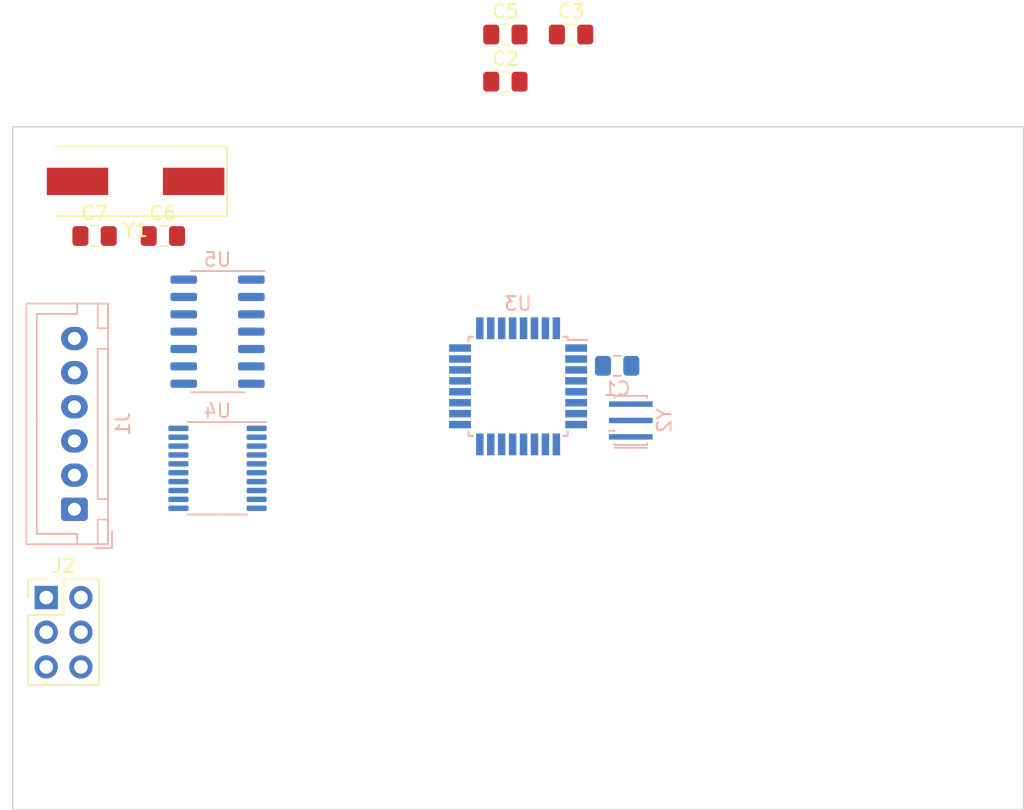
<source format=kicad_pcb>
(kicad_pcb (version 20211014) (generator pcbnew)
  (layers (0 "F.Cu" signal) (31 "B.Cu" signal) (34 "B.Paste" user) (35 "F.Paste" user) (36 "B.SilkS" user "B.Silkscreen") (37 "F.SilkS" user "F.Silkscreen") (38 "B.Mask" user) (39 "F.Mask" user) (44 "Edge.Cuts" user))
  (net 0 "")
  (net 1 "Net-(C5-Pad1)")
  (net 2 "Net-(C6-Pad2)")
  (net 3 "Net-(C7-Pad2)")
  (net 4 "Net-(U3-Pad8)")
  (net 5 "MISO")
  (net 6 "SCK")
  (net 7 "MOSI")
  (net 8 "RESET")
  (net 9 "VFBLANK")
  (net 12 "CS_DISP")
  (net 13 "Net-(U3-Pad7)")
  (net 14 "CS_CAN")
  (net 15 "CAN_INT")
  (net 44 "GND")
  (net 45 "ILLUM")
  (net 46 "+12V_CONST")
  (net 47 "+12V_ACC")
  (net 48 "CANL")
  (net 49 "CANH")
  (net 50 "+5V")
  (net 51 "Net-(U4-Pad1)")
  (net 52 "Net-(U4-Pad2)")
  (net 53 "Net-(U4-Pad11)")
  (net 54 "Net-(U4-Pad12)")
  (footprint "Capacitor_SMD:C_0805_2012Metric_Pad1.18x1.45mm_HandSolder" (layer "F.Cu") (at 124.07 50.25)
    (fp_text reference "C5" (at 0 -1.68) (layer "F.SilkS"))
    (fp_text value "100n")
    (fp_line (start -0.261252 0.735) (end 0.261252 0.735) (layer "F.SilkS") (width 0.12))
    (fp_line (start -0.261252 -0.735) (end 0.261252 -0.735) (layer "F.SilkS") (width 0.12))
    (pad "1" smd roundrect locked (at -1.0375 0) (size 1.175 1.45) (layers "F.Cu" "F.Paste" "F.Mask") (roundrect_rratio 0.212766) (net 1 "Net-(C5-Pad1)"))
    (pad "2" smd roundrect locked (at 1.0375 0) (size 1.175 1.45) (layers "F.Cu" "F.Paste" "F.Mask") (roundrect_rratio 0.212766) (net 44 "GND"))
  )
  (footprint "Capacitor_SMD:C_0805_2012Metric_Pad1.18x1.45mm_HandSolder" (layer "F.Cu") (at 124.07 53.7)
    (fp_text reference "C2" (at 0 -1.68) (layer "F.SilkS"))
    (fp_text value "100n")
    (fp_line (start -0.261252 -0.735) (end 0.261252 -0.735) (layer "F.SilkS") (width 0.12))
    (fp_line (start -0.261252 0.735) (end 0.261252 0.735) (layer "F.SilkS") (width 0.12))
    (pad "1" smd roundrect locked (at -1.0375 0) (size 1.175 1.45) (layers "F.Cu" "F.Paste" "F.Mask") (roundrect_rratio 0.212766) (net 50 "+5V"))
    (pad "2" smd roundrect locked (at 1.0375 0) (size 1.175 1.45) (layers "F.Cu" "F.Paste" "F.Mask") (roundrect_rratio 0.212766) (net 44 "GND"))
  )
  (footprint "Connector_PinHeader_2.54mm:PinHeader_2x03_P2.54mm_Vertical" (layer "F.Cu") (at 90.46 91.46)
    (fp_text reference "J2" (at 1.27 -2.33) (layer "F.SilkS"))
    (fp_text value "ICSP")
    (fp_line (start 3.87 -1.33) (end 3.87 6.41) (layer "F.SilkS") (width 0.12))
    (fp_line (start -1.33 0) (end -1.33 -1.33) (layer "F.SilkS") (width 0.12))
    (fp_line (start -1.33 1.27) (end 1.27 1.27) (layer "F.SilkS") (width 0.12))
    (fp_line (start -1.33 6.41) (end 3.87 6.41) (layer "F.SilkS") (width 0.12))
    (fp_line (start -1.33 1.27) (end -1.33 6.41) (layer "F.SilkS") (width 0.12))
    (fp_line (start 1.27 -1.33) (end 3.87 -1.33) (layer "F.SilkS") (width 0.12))
    (fp_line (start 1.27 1.27) (end 1.27 -1.33) (layer "F.SilkS") (width 0.12))
    (fp_line (start -1.33 -1.33) (end 0 -1.33) (layer "F.SilkS") (width 0.12))
    (pad "1" thru_hole rect locked (at 0 0) (size 1.7 1.7) (drill 1) (layers *.Cu *.Mask) (net 5 "MISO"))
    (pad "2" thru_hole oval locked (at 2.54 0) (size 1.7 1.7) (drill 1) (layers *.Cu *.Mask) (net 50 "+5V"))
    (pad "3" thru_hole oval locked (at 0 2.54) (size 1.7 1.7) (drill 1) (layers *.Cu *.Mask) (net 6 "SCK"))
    (pad "4" thru_hole oval locked (at 2.54 2.54) (size 1.7 1.7) (drill 1) (layers *.Cu *.Mask) (net 7 "MOSI"))
    (pad "5" thru_hole oval locked (at 0 5.08) (size 1.7 1.7) (drill 1) (layers *.Cu *.Mask) (net 8 "RESET"))
    (pad "6" thru_hole oval locked (at 2.54 5.08) (size 1.7 1.7) (drill 1) (layers *.Cu *.Mask) (net 44 "GND"))
  )
  (footprint "Capacitor_SMD:C_0805_2012Metric_Pad1.18x1.45mm_HandSolder" (layer "F.Cu") (at 99 65)
    (fp_text reference "C6" (at 0 -1.68) (layer "F.SilkS"))
    (fp_text value "20p")
    (fp_line (start -0.261252 -0.735) (end 0.261252 -0.735) (layer "F.SilkS") (width 0.12))
    (fp_line (start -0.261252 0.735) (end 0.261252 0.735) (layer "F.SilkS") (width 0.12))
    (pad "1" smd roundrect locked (at -1.0375 0) (size 1.175 1.45) (layers "F.Cu" "F.Paste" "F.Mask") (roundrect_rratio 0.212766) (net 44 "GND"))
    (pad "2" smd roundrect locked (at 1.0375 0) (size 1.175 1.45) (layers "F.Cu" "F.Paste" "F.Mask") (roundrect_rratio 0.212766) (net 2 "Net-(C6-Pad2)"))
  )
  (footprint "Capacitor_SMD:C_0805_2012Metric_Pad1.18x1.45mm_HandSolder" (layer "F.Cu") (at 94 65)
    (fp_text reference "C7" (at 0 -1.68) (layer "F.SilkS"))
    (fp_text value "20p")
    (fp_line (start -0.261252 0.735) (end 0.261252 0.735) (layer "F.SilkS") (width 0.12))
    (fp_line (start -0.261252 -0.735) (end 0.261252 -0.735) (layer "F.SilkS") (width 0.12))
    (pad "1" smd roundrect locked (at -1.0375 0) (size 1.175 1.45) (layers "F.Cu" "F.Paste" "F.Mask") (roundrect_rratio 0.212766) (net 44 "GND"))
    (pad "2" smd roundrect locked (at 1.0375 0) (size 1.175 1.45) (layers "F.Cu" "F.Paste" "F.Mask") (roundrect_rratio 0.212766) (net 3 "Net-(C7-Pad2)"))
  )
  (footprint "Capacitor_SMD:C_0805_2012Metric_Pad1.18x1.45mm_HandSolder" (layer "F.Cu") (at 128.88 50.25)
    (fp_text reference "C3" (at 0 -1.68) (layer "F.SilkS"))
    (fp_text value "100n")
    (fp_line (start -0.261252 -0.735) (end 0.261252 -0.735) (layer "F.SilkS") (width 0.12))
    (fp_line (start -0.261252 0.735) (end 0.261252 0.735) (layer "F.SilkS") (width 0.12))
    (pad "1" smd roundrect locked (at -1.0375 0) (size 1.175 1.45) (layers "F.Cu" "F.Paste" "F.Mask") (roundrect_rratio 0.212766) (net 50 "+5V"))
    (pad "2" smd roundrect locked (at 1.0375 0) (size 1.175 1.45) (layers "F.Cu" "F.Paste" "F.Mask") (roundrect_rratio 0.212766) (net 44 "GND"))
  )
  (footprint "Crystal:Crystal_SMD_HC49-SD" (layer "F.Cu") (at 97 61 180)
    (fp_text reference "Y1" (at 0 -3.55) (layer "F.SilkS"))
    (fp_text value "8MHz")
    (fp_line (start -6.7 -2.55) (end -6.7 2.55) (layer "F.SilkS") (width 0.12))
    (fp_line (start -6.7 2.55) (end 5.9 2.55) (layer "F.SilkS") (width 0.12))
    (fp_line (start 5.9 -2.55) (end -6.7 -2.55) (layer "F.SilkS") (width 0.12))
    (pad "1" smd rect locked (at -4.25 0 180) (size 4.5 2) (layers "F.Cu" "F.Paste" "F.Mask") (net 2 "Net-(C6-Pad2)"))
    (pad "2" smd rect locked (at 4.25 0 180) (size 4.5 2) (layers "F.Cu" "F.Paste" "F.Mask") (net 3 "Net-(C7-Pad2)"))
  )
  (footprint "Package_QFP:TQFP-32_7x7mm_P0.8mm" (layer "B.Cu") (at 125 76 180)
    (fp_text reference "U3" (at 0 6.05) (layer "B.SilkS") (effects (justify mirror)))
    (fp_text value "ATMEGA328-AURCT-ND")
    (fp_line (start 3.625 -3.625) (end 3.625 -3.3) (layer "B.SilkS") (width 0.15))
    (fp_line (start -3.625 -3.625) (end -3.3 -3.625) (layer "B.SilkS") (width 0.15))
    (fp_line (start 3.625 3.625) (end 3.3 3.625) (layer "B.SilkS") (width 0.15))
    (fp_line (start -3.625 3.625) (end -3.625 3.4) (layer "B.SilkS") (width 0.15))
    (fp_line (start -3.625 -3.625) (end -3.625 -3.3) (layer "B.SilkS") (width 0.15))
    (fp_line (start -3.625 3.625) (end -3.3 3.625) (layer "B.SilkS") (width 0.15))
    (fp_line (start 3.625 -3.625) (end 3.3 -3.625) (layer "B.SilkS") (width 0.15))
    (fp_line (start 3.625 3.625) (end 3.625 3.3) (layer "B.SilkS") (width 0.15))
    (fp_line (start -3.625 3.4) (end -5.05 3.4) (layer "B.SilkS") (width 0.15))
    (pad "1" smd rect locked (at -4.25 2.8 180) (size 1.6 0.55) (layers "B.Cu" "B.Paste" "B.Mask"))
    (pad "2" smd rect locked (at -4.25 2 180) (size 1.6 0.55) (layers "B.Cu" "B.Paste" "B.Mask"))
    (pad "3" smd rect locked (at -4.25 1.2 180) (size 1.6 0.55) (layers "B.Cu" "B.Paste" "B.Mask") (net 44 "GND"))
    (pad "4" smd rect locked (at -4.25 0.4 180) (size 1.6 0.55) (layers "B.Cu" "B.Paste" "B.Mask") (net 50 "+5V"))
    (pad "5" smd rect locked (at -4.25 -0.4 180) (size 1.6 0.55) (layers "B.Cu" "B.Paste" "B.Mask") (net 44 "GND"))
    (pad "6" smd rect locked (at -4.25 -1.2 180) (size 1.6 0.55) (layers "B.Cu" "B.Paste" "B.Mask") (net 50 "+5V"))
    (pad "7" smd rect locked (at -4.25 -2 180) (size 1.6 0.55) (layers "B.Cu" "B.Paste" "B.Mask") (net 13 "Net-(U3-Pad7)"))
    (pad "8" smd rect locked (at -4.25 -2.8 180) (size 1.6 0.55) (layers "B.Cu" "B.Paste" "B.Mask") (net 4 "Net-(U3-Pad8)"))
    (pad "9" smd rect locked (at -2.8 -4.25 90) (size 1.6 0.55) (layers "B.Cu" "B.Paste" "B.Mask") (net 9 "VFBLANK"))
    (pad "10" smd rect locked (at -2 -4.25 90) (size 1.6 0.55) (layers "B.Cu" "B.Paste" "B.Mask"))
    (pad "11" smd rect locked (at -1.2 -4.25 90) (size 1.6 0.55) (layers "B.Cu" "B.Paste" "B.Mask"))
    (pad "12" smd rect locked (at -0.4 -4.25 90) (size 1.6 0.55) (layers "B.Cu" "B.Paste" "B.Mask"))
    (pad "13" smd rect locked (at 0.4 -4.25 90) (size 1.6 0.55) (layers "B.Cu" "B.Paste" "B.Mask") (net 12 "CS_DISP"))
    (pad "14" smd rect locked (at 1.2 -4.25 90) (size 1.6 0.55) (layers "B.Cu" "B.Paste" "B.Mask") (net 14 "CS_CAN"))
    (pad "15" smd rect locked (at 2 -4.25 90) (size 1.6 0.55) (layers "B.Cu" "B.Paste" "B.Mask") (net 7 "MOSI"))
    (pad "16" smd rect locked (at 2.8 -4.25 90) (size 1.6 0.55) (layers "B.Cu" "B.Paste" "B.Mask") (net 5 "MISO"))
    (pad "17" smd rect locked (at 4.25 -2.8 180) (size 1.6 0.55) (layers "B.Cu" "B.Paste" "B.Mask") (net 6 "SCK"))
    (pad "18" smd rect locked (at 4.25 -2 180) (size 1.6 0.55) (layers "B.Cu" "B.Paste" "B.Mask"))
    (pad "19" smd rect locked (at 4.25 -1.2 180) (size 1.6 0.55) (layers "B.Cu" "B.Paste" "B.Mask"))
    (pad "20" smd rect locked (at 4.25 -0.4 180) (size 1.6 0.55) (layers "B.Cu" "B.Paste" "B.Mask") (net 1 "Net-(C5-Pad1)"))
    (pad "21" smd rect locked (at 4.25 0.4 180) (size 1.6 0.55) (layers "B.Cu" "B.Paste" "B.Mask") (net 44 "GND"))
    (pad "22" smd rect locked (at 4.25 1.2 180) (size 1.6 0.55) (layers "B.Cu" "B.Paste" "B.Mask"))
    (pad "23" smd rect locked (at 4.25 2 180) (size 1.6 0.55) (layers "B.Cu" "B.Paste" "B.Mask"))
    (pad "24" smd rect locked (at 4.25 2.8 180) (size 1.6 0.55) (layers "B.Cu" "B.Paste" "B.Mask"))
    (pad "25" smd rect locked (at 2.8 4.25 90) (size 1.6 0.55) (layers "B.Cu" "B.Paste" "B.Mask"))
    (pad "26" smd rect locked (at 2 4.25 90) (size 1.6 0.55) (layers "B.Cu" "B.Paste" "B.Mask"))
    (pad "27" smd rect locked (at 1.2 4.25 90) (size 1.6 0.55) (layers "B.Cu" "B.Paste" "B.Mask"))
    (pad "28" smd rect locked (at 0.4 4.25 90) (size 1.6 0.55) (layers "B.Cu" "B.Paste" "B.Mask"))
    (pad "29" smd rect locked (at -0.4 4.25 90) (size 1.6 0.55) (layers "B.Cu" "B.Paste" "B.Mask"))
    (pad "30" smd rect locked (at -1.2 4.25 90) (size 1.6 0.55) (layers "B.Cu" "B.Paste" "B.Mask"))
    (pad "31" smd rect locked (at -2 4.25 90) (size 1.6 0.55) (layers "B.Cu" "B.Paste" "B.Mask"))
    (pad "32" smd rect locked (at -2.8 4.25 90) (size 1.6 0.55) (layers "B.Cu" "B.Paste" "B.Mask") (net 15 "CAN_INT"))
  )
  (footprint "Package_SO:SO-14_3.9x8.65mm_P1.27mm" (layer "B.Cu") (at 103 72 180)
    (fp_text reference "U5" (at 0 5.28) (layer "B.SilkS") (effects (justify mirror)))
    (fp_text value "TJR1443")
    (fp_line (start 0 -4.435) (end 1.95 -4.435) (layer "B.SilkS") (width 0.12))
    (fp_line (start 0 4.435) (end 1.95 4.435) (layer "B.SilkS") (width 0.12))
    (fp_line (start 0 4.435) (end -3.45 4.435) (layer "B.SilkS") (width 0.12))
    (fp_line (start 0 -4.435) (end -1.95 -4.435) (layer "B.SilkS") (width 0.12))
    (pad "1" smd roundrect locked (at -2.475 3.81 180) (size 1.95 0.6) (layers "B.Cu" "B.Paste" "B.Mask") (net 51 "Net-(U4-Pad1)"))
    (pad "2" smd roundrect locked (at -2.475 2.54 180) (size 1.95 0.6) (layers "B.Cu" "B.Paste" "B.Mask"))
    (pad "3" smd roundrect locked (at -2.475 1.27 180) (size 1.95 0.6) (layers "B.Cu" "B.Paste" "B.Mask") (net 50 "+5V"))
    (pad "4" smd roundrect locked (at -2.475 0 180) (size 1.95 0.6) (layers "B.Cu" "B.Paste" "B.Mask") (net 52 "Net-(U4-Pad2)"))
    (pad "5" smd roundrect locked (at -2.475 -1.27 180) (size 1.95 0.6) (layers "B.Cu" "B.Paste" "B.Mask") (net 50 "+5V"))
    (pad "6" smd roundrect locked (at -2.475 -2.54 180) (size 1.95 0.6) (layers "B.Cu" "B.Paste" "B.Mask") (net 54 "Net-(U4-Pad12)"))
    (pad "7" smd roundrect locked (at -2.475 -3.81 180) (size 1.95 0.6) (layers "B.Cu" "B.Paste" "B.Mask"))
    (pad "8" smd roundrect locked (at 2.475 -3.81 180) (size 1.95 0.6) (layers "B.Cu" "B.Paste" "B.Mask") (net 53 "Net-(U4-Pad11)"))
    (pad "9" smd roundrect locked (at 2.475 -2.54 180) (size 1.95 0.6) (layers "B.Cu" "B.Paste" "B.Mask"))
    (pad "10" smd roundrect locked (at 2.475 -1.27 180) (size 1.95 0.6) (layers "B.Cu" "B.Paste" "B.Mask"))
    (pad "11" smd roundrect locked (at 2.475 0 180) (size 1.95 0.6) (layers "B.Cu" "B.Paste" "B.Mask"))
    (pad "12" smd roundrect locked (at 2.475 1.27 180) (size 1.95 0.6) (layers "B.Cu" "B.Paste" "B.Mask") (net 49 "CANH"))
    (pad "13" smd roundrect locked (at 2.475 2.54 180) (size 1.95 0.6) (layers "B.Cu" "B.Paste" "B.Mask") (net 48 "CANL"))
    (pad "14" smd roundrect locked (at 2.475 3.81 180) (size 1.95 0.6) (layers "B.Cu" "B.Paste" "B.Mask"))
  )
  (footprint "Capacitor_SMD:C_0805_2012Metric_Pad1.18x1.45mm_HandSolder" (layer "B.Cu") (at 132.25 74.5)
    (fp_text reference "C1" (at 0 1.68) (layer "B.SilkS") (effects (justify mirror)))
    (fp_text value "100n")
    (fp_line (start -0.261252 -0.735) (end 0.261252 -0.735) (layer "B.SilkS") (width 0.12))
    (fp_line (start -0.261252 0.735) (end 0.261252 0.735) (layer "B.SilkS") (width 0.12))
    (pad "1" smd roundrect locked (at -1.0375 0) (size 1.175 1.45) (layers "B.Cu" "B.Paste" "B.Mask") (roundrect_rratio 0.212766) (net 50 "+5V"))
    (pad "2" smd roundrect locked (at 1.0375 0) (size 1.175 1.45) (layers "B.Cu" "B.Paste" "B.Mask") (roundrect_rratio 0.212766) (net 44 "GND"))
  )
  (footprint "Connector_JST:JST_XH_B6B-XH-A_1x06_P2.50mm_Vertical" (layer "B.Cu") (at 92.525 85 90)
    (fp_text reference "J1" (at 6.25 3.55 90) (layer "B.SilkS") (effects (justify mirror)))
    (fp_text value "Conn_01x06_Male")
    (fp_line (start 14.3 0.2) (end 14.3 -2.75) (layer "B.SilkS") (width 0.12))
    (fp_line (start -1.8 0.2) (end -1.8 -2.75) (layer "B.SilkS") (width 0.12))
    (fp_line (start -2.56 -3.51) (end 15.06 -3.51) (layer "B.SilkS") (width 0.12))
    (fp_line (start -0.75 1.7) (end -0.75 2.45) (layer "B.SilkS") (width 0.12))
    (fp_line (start -0.75 2.45) (end -2.55 2.45) (layer "B.SilkS") (width 0.12))
    (fp_line (start 11.75 2.45) (end 0.75 2.45) (layer "B.SilkS") (width 0.12))
    (fp_line (start 13.25 1.7) (end 15.05 1.7) (layer "B.SilkS") (width 0.12))
    (fp_line (start -2.56 2.46) (end -2.56 -3.51) (layer "B.SilkS") (width 0.12))
    (fp_line (start 0.75 2.45) (end 0.75 1.7) (layer "B.SilkS") (width 0.12))
    (fp_line (start -2.55 2.45) (end -2.55 1.7) (layer "B.SilkS") (width 0.12))
    (fp_line (start -1.8 -2.75) (end 6.25 -2.75) (layer "B.SilkS") (width 0.12))
    (fp_line (start 15.05 0.2) (end 14.3 0.2) (layer "B.SilkS") (width 0.12))
    (fp_line (start -2.85 2.75) (end -2.85 1.5) (layer "B.SilkS") (width 0.12))
    (fp_line (start 15.05 2.45) (end 13.25 2.45) (layer "B.SilkS") (width 0.12))
    (fp_line (start -2.55 0.2) (end -1.8 0.2) (layer "B.SilkS") (width 0.12))
    (fp_line (start 11.75 1.7) (end 11.75 2.45) (layer "B.SilkS") (width 0.12))
    (fp_line (start 15.06 -3.51) (end 15.06 2.46) (layer "B.SilkS") (width 0.12))
    (fp_line (start 13.25 2.45) (end 13.25 1.7) (layer "B.SilkS") (width 0.12))
    (fp_line (start 15.06 2.46) (end -2.56 2.46) (layer "B.SilkS") (width 0.12))
    (fp_line (start 0.75 1.7) (end 11.75 1.7) (layer "B.SilkS") (width 0.12))
    (fp_line (start -2.55 1.7) (end -0.75 1.7) (layer "B.SilkS") (width 0.12))
    (fp_line (start -1.6 2.75) (end -2.85 2.75) (layer "B.SilkS") (width 0.12))
    (fp_line (start 14.3 -2.75) (end 6.25 -2.75) (layer "B.SilkS") (width 0.12))
    (fp_line (start 15.05 1.7) (end 15.05 2.45) (layer "B.SilkS") (width 0.12))
    (pad "1" thru_hole roundrect locked (at 0 0 90) (size 1.7 1.95) (drill 0.95) (layers *.Cu *.Mask) (roundrect_rratio 0.147059) (net 44 "GND"))
    (pad "2" thru_hole oval locked (at 2.5 0 90) (size 1.7 1.95) (drill 0.95) (layers *.Cu *.Mask) (net 45 "ILLUM"))
    (pad "3" thru_hole oval locked (at 5 0 90) (size 1.7 1.95) (drill 0.95) (layers *.Cu *.Mask) (net 46 "+12V_CONST"))
    (pad "4" thru_hole oval locked (at 7.5 0 90) (size 1.7 1.95) (drill 0.95) (layers *.Cu *.Mask) (net 47 "+12V_ACC"))
    (pad "5" thru_hole oval locked (at 10 0 90) (size 1.7 1.95) (drill 0.95) (layers *.Cu *.Mask) (net 49 "CANH"))
    (pad "6" thru_hole oval locked (at 12.5 0 90) (size 1.7 1.95) (drill 0.95) (layers *.Cu *.Mask) (net 48 "CANL"))
  )
  (footprint "Package_SO:TSSOP-20_4.4x6.5mm_P0.65mm" (layer "B.Cu") (at 103 82 180)
    (fp_text reference "U4" (at 0 4.2) (layer "B.SilkS") (effects (justify mirror)))
    (fp_text value "MCP2510")
    (fp_line (start 0 3.385) (end -3.6 3.385) (layer "B.SilkS") (width 0.12))
    (fp_line (start 0 -3.385) (end 2.2 -3.385) (layer "B.SilkS") (width 0.12))
    (fp_line (start 0 3.385) (end 2.2 3.385) (layer "B.SilkS") (width 0.12))
    (fp_line (start 0 -3.385) (end -2.2 -3.385) (layer "B.SilkS") (width 0.12))
    (pad "1" smd roundrect locked (at -2.8625 2.925 180) (size 1.475 0.4) (layers "B.Cu" "B.Paste" "B.Mask") (net 51 "Net-(U4-Pad1)"))
    (pad "2" smd roundrect locked (at -2.8625 2.275 180) (size 1.475 0.4) (layers "B.Cu" "B.Paste" "B.Mask") (net 52 "Net-(U4-Pad2)"))
    (pad "3" smd roundrect locked (at -2.8625 1.625 180) (size 1.475 0.4) (layers "B.Cu" "B.Paste" "B.Mask"))
    (pad "4" smd roundrect locked (at -2.8625 0.975 180) (size 1.475 0.4) (layers "B.Cu" "B.Paste" "B.Mask"))
    (pad "5" smd roundrect locked (at -2.8625 0.325 180) (size 1.475 0.4) (layers "B.Cu" "B.Paste" "B.Mask"))
    (pad "6" smd roundrect locked (at -2.8625 -0.325 180) (size 1.475 0.4) (layers "B.Cu" "B.Paste" "B.Mask"))
    (pad "7" smd roundrect locked (at -2.8625 -0.975 180) (size 1.475 0.4) (layers "B.Cu" "B.Paste" "B.Mask"))
    (pad "8" smd roundrect locked (at -2.8625 -1.625 180) (size 1.475 0.4) (layers "B.Cu" "B.Paste" "B.Mask") (net 2 "Net-(C6-Pad2)"))
    (pad "9" smd roundrect locked (at -2.8625 -2.275 180) (size 1.475 0.4) (layers "B.Cu" "B.Paste" "B.Mask") (net 3 "Net-(C7-Pad2)"))
    (pad "10" smd roundrect locked (at -2.8625 -2.925 180) (size 1.475 0.4) (layers "B.Cu" "B.Paste" "B.Mask") (net 44 "GND"))
    (pad "11" smd roundrect locked (at 2.8625 -2.925 180) (size 1.475 0.4) (layers "B.Cu" "B.Paste" "B.Mask") (net 53 "Net-(U4-Pad11)"))
    (pad "12" smd roundrect locked (at 2.8625 -2.275 180) (size 1.475 0.4) (layers "B.Cu" "B.Paste" "B.Mask") (net 54 "Net-(U4-Pad12)"))
    (pad "13" smd roundrect locked (at 2.8625 -1.625 180) (size 1.475 0.4) (layers "B.Cu" "B.Paste" "B.Mask") (net 15 "CAN_INT"))
    (pad "14" smd roundrect locked (at 2.8625 -0.975 180) (size 1.475 0.4) (layers "B.Cu" "B.Paste" "B.Mask") (net 6 "SCK"))
    (pad "15" smd roundrect locked (at 2.8625 -0.325 180) (size 1.475 0.4) (layers "B.Cu" "B.Paste" "B.Mask"))
    (pad "16" smd roundrect locked (at 2.8625 0.325 180) (size 1.475 0.4) (layers "B.Cu" "B.Paste" "B.Mask") (net 7 "MOSI"))
    (pad "17" smd roundrect locked (at 2.8625 0.975 180) (size 1.475 0.4) (layers "B.Cu" "B.Paste" "B.Mask") (net 5 "MISO"))
    (pad "18" smd roundrect locked (at 2.8625 1.625 180) (size 1.475 0.4) (layers "B.Cu" "B.Paste" "B.Mask") (net 14 "CS_CAN"))
    (pad "19" smd roundrect locked (at 2.8625 2.275 180) (size 1.475 0.4) (layers "B.Cu" "B.Paste" "B.Mask"))
    (pad "20" smd roundrect locked (at 2.8625 2.925 180) (size 1.475 0.4) (layers "B.Cu" "B.Paste" "B.Mask") (net 50 "+5V"))
  )
  (footprint "Crystal:Resonator_SMD_Murata_CSTxExxV-3Pin_3.0x1.1mm_HandSoldering" (layer "B.Cu") (at 133.25 78.5 90)
    (fp_text reference "Y2" (at 0 2.45 90) (layer "B.SilkS") (effects (justify mirror)))
    (fp_text value "16MHz")
    (fp_line (start 1.8 1.2) (end 1.8 -0.8) (layer "B.SilkS") (width 0.12))
    (fp_line (start -1.8 1.2) (end -1.65 1.2) (layer "B.SilkS") (width 0.12))
    (fp_line (start -2 1.2) (end -2 -0.8) (layer "B.SilkS") (width 0.12))
    (fp_line (start -0.75 -1.2) (end -0.8 -1.2) (layer "B.SilkS") (width 0.12))
    (fp_line (start -1.8 -0.8) (end -1.8 -1.2) (layer "B.SilkS") (width 0.12))
    (fp_line (start 1.8 1.2) (end 1.65 1.2) (layer "B.SilkS") (width 0.12))
    (fp_line (start -1.8 -0.8) (end -1.8 1.2) (layer "B.SilkS") (width 0.12))
    (fp_line (start 1.8 -0.8) (end 1.8 -1.2) (layer "B.SilkS") (width 0.12))
    (fp_line (start -1.8 -1.2) (end -1.65 -1.2) (layer "B.SilkS") (width 0.12))
    (fp_line (start 1.8 -1.2) (end 1.65 -1.2) (layer "B.SilkS") (width 0.12))
    (fp_line (start -2 -0.8) (end -2 -1.2) (layer "B.SilkS") (width 0.12))
    (fp_line (start -0.75 -1.2) (end -0.75 -1.6) (layer "B.SilkS") (width 0.12))
    (pad "1" smd rect locked (at -1.2 0 90) (size 0.4 3.2) (layers "B.Cu" "B.Paste" "B.Mask") (net 4 "Net-(U3-Pad8)"))
    (pad "2" smd rect locked (at 0 0 90) (size 0.4 3.2) (layers "B.Cu" "B.Paste" "B.Mask") (net 44 "GND"))
    (pad "3" smd rect locked (at 1.2 0 90) (size 0.4 3.2) (layers "B.Cu" "B.Paste" "B.Mask") (net 13 "Net-(U3-Pad7)"))
  )
  (gr_rect (start 88 57) (end 162 107) (layer "Edge.Cuts") (width 0.1) (fill none))
)
</source>
